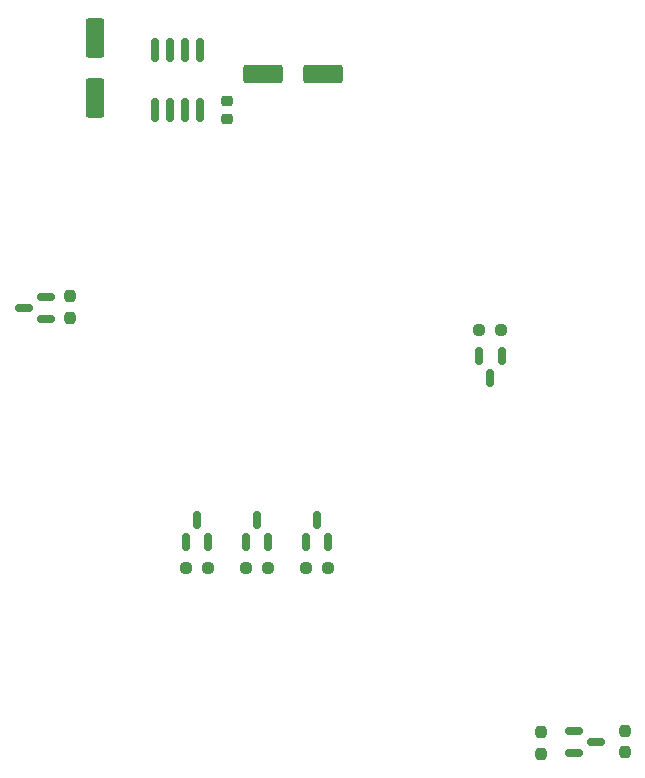
<source format=gbr>
%TF.GenerationSoftware,KiCad,Pcbnew,(7.0.0)*%
%TF.CreationDate,2023-04-29T04:17:25-04:00*%
%TF.ProjectId,ArenaController,4172656e-6143-46f6-9e74-726f6c6c6572,v0.4*%
%TF.SameCoordinates,Original*%
%TF.FileFunction,Paste,Top*%
%TF.FilePolarity,Positive*%
%FSLAX46Y46*%
G04 Gerber Fmt 4.6, Leading zero omitted, Abs format (unit mm)*
G04 Created by KiCad (PCBNEW (7.0.0)) date 2023-04-29 04:17:25*
%MOMM*%
%LPD*%
G01*
G04 APERTURE LIST*
G04 Aperture macros list*
%AMRoundRect*
0 Rectangle with rounded corners*
0 $1 Rounding radius*
0 $2 $3 $4 $5 $6 $7 $8 $9 X,Y pos of 4 corners*
0 Add a 4 corners polygon primitive as box body*
4,1,4,$2,$3,$4,$5,$6,$7,$8,$9,$2,$3,0*
0 Add four circle primitives for the rounded corners*
1,1,$1+$1,$2,$3*
1,1,$1+$1,$4,$5*
1,1,$1+$1,$6,$7*
1,1,$1+$1,$8,$9*
0 Add four rect primitives between the rounded corners*
20,1,$1+$1,$2,$3,$4,$5,0*
20,1,$1+$1,$4,$5,$6,$7,0*
20,1,$1+$1,$6,$7,$8,$9,0*
20,1,$1+$1,$8,$9,$2,$3,0*%
G04 Aperture macros list end*
%ADD10RoundRect,0.237500X-0.237500X0.250000X-0.237500X-0.250000X0.237500X-0.250000X0.237500X0.250000X0*%
%ADD11RoundRect,0.150000X0.150000X-0.587500X0.150000X0.587500X-0.150000X0.587500X-0.150000X-0.587500X0*%
%ADD12RoundRect,0.237500X0.250000X0.237500X-0.250000X0.237500X-0.250000X-0.237500X0.250000X-0.237500X0*%
%ADD13RoundRect,0.250000X-1.412500X-0.550000X1.412500X-0.550000X1.412500X0.550000X-1.412500X0.550000X0*%
%ADD14RoundRect,0.218750X-0.256250X0.218750X-0.256250X-0.218750X0.256250X-0.218750X0.256250X0.218750X0*%
%ADD15RoundRect,0.250000X0.550000X-1.412500X0.550000X1.412500X-0.550000X1.412500X-0.550000X-1.412500X0*%
%ADD16RoundRect,0.237500X-0.250000X-0.237500X0.250000X-0.237500X0.250000X0.237500X-0.250000X0.237500X0*%
%ADD17RoundRect,0.150000X-0.150000X0.587500X-0.150000X-0.587500X0.150000X-0.587500X0.150000X0.587500X0*%
%ADD18RoundRect,0.150000X0.587500X0.150000X-0.587500X0.150000X-0.587500X-0.150000X0.587500X-0.150000X0*%
%ADD19RoundRect,0.162500X0.162500X-0.825000X0.162500X0.825000X-0.162500X0.825000X-0.162500X-0.825000X0*%
%ADD20RoundRect,0.237500X0.237500X-0.250000X0.237500X0.250000X-0.237500X0.250000X-0.237500X-0.250000X0*%
%ADD21RoundRect,0.150000X-0.587500X-0.150000X0.587500X-0.150000X0.587500X0.150000X-0.587500X0.150000X0*%
G04 APERTURE END LIST*
D10*
%TO.C,R16*%
X158623000Y-108053500D03*
X158623000Y-109878500D03*
%TD*%
D11*
%TO.C,Q4*%
X133670000Y-91948000D03*
X135570000Y-91948000D03*
X134620000Y-90073000D03*
%TD*%
D12*
%TO.C,R4*%
X155254500Y-74011000D03*
X153429500Y-74011000D03*
%TD*%
D11*
%TO.C,Q3*%
X138750000Y-91948000D03*
X140650000Y-91948000D03*
X139700000Y-90073000D03*
%TD*%
D13*
%TO.C,C2*%
X135130500Y-52324000D03*
X140205500Y-52324000D03*
%TD*%
D14*
%TO.C,L1*%
X132080000Y-54584500D03*
X132080000Y-56159500D03*
%TD*%
D15*
%TO.C,C1*%
X120904000Y-54353500D03*
X120904000Y-49278500D03*
%TD*%
D16*
%TO.C,R1*%
X128627500Y-94137000D03*
X130452500Y-94137000D03*
%TD*%
D17*
%TO.C,Q2*%
X155316000Y-76200000D03*
X153416000Y-76200000D03*
X154366000Y-78075000D03*
%TD*%
D18*
%TO.C,Q5*%
X116761500Y-73086000D03*
X116761500Y-71186000D03*
X114886500Y-72136000D03*
%TD*%
D19*
%TO.C,U2*%
X125984000Y-55372000D03*
X127254000Y-55372000D03*
X128524000Y-55372000D03*
X129794000Y-55372000D03*
X129794000Y-50297000D03*
X128524000Y-50297000D03*
X127254000Y-50297000D03*
X125984000Y-50297000D03*
%TD*%
D11*
%TO.C,Q1*%
X128590000Y-91948000D03*
X130490000Y-91948000D03*
X129540000Y-90073000D03*
%TD*%
D16*
%TO.C,R2*%
X138787500Y-94137000D03*
X140612500Y-94137000D03*
%TD*%
D20*
%TO.C,R7*%
X165735000Y-109751500D03*
X165735000Y-107926500D03*
%TD*%
D16*
%TO.C,R5*%
X133707500Y-94137000D03*
X135532500Y-94137000D03*
%TD*%
D21*
%TO.C,Q6*%
X161417000Y-107950000D03*
X161417000Y-109850000D03*
X163292000Y-108900000D03*
%TD*%
D20*
%TO.C,R3*%
X118793500Y-72982500D03*
X118793500Y-71157500D03*
%TD*%
M02*

</source>
